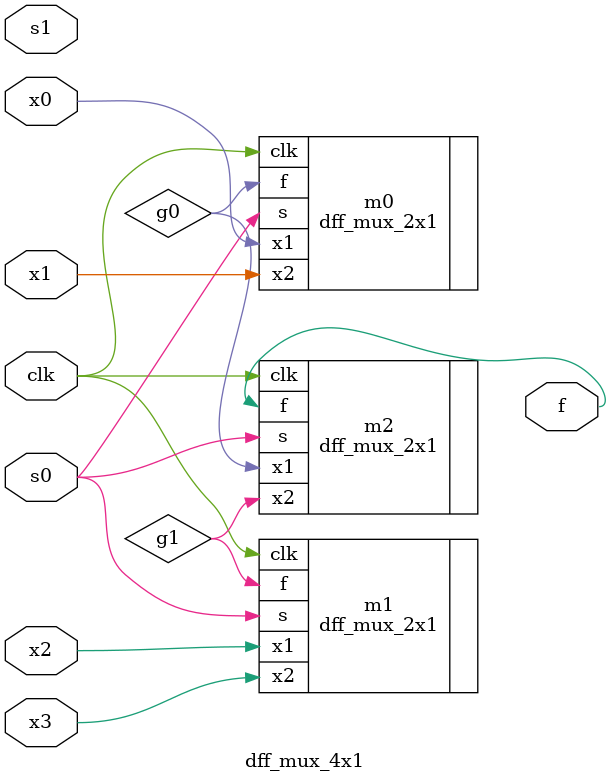
<source format=v>
module dff_mux_4x1(
    input wire clk,
    input x0, x1, x2, x3,
    input s0, s1,
    output f
    );

    wire g0, g1;
    dff_mux_2x1 m0 (
        .clk(clk),
        .x1(x0),
        .x2(x1),
        .s(s0),
        .f(g0)
        );

    dff_mux_2x1 m1 (
        .clk(clk),
        .x1(x2),
        .x2(x3),
        .s(s0),
        .f(g1)
        );
    dff_mux_2x1 m2 (
        .clk(clk),
        .x1(g0),
        .x2(g1),
        .s(s0),
        .f(f)
        );
endmodule
</source>
